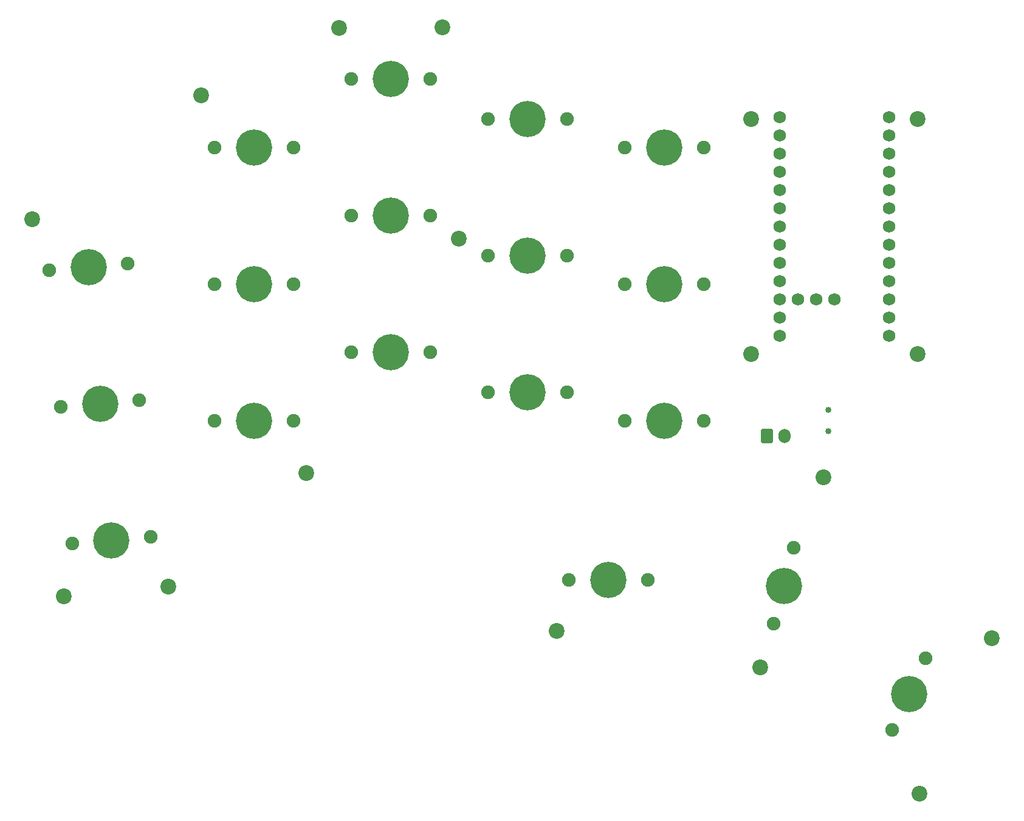
<source format=gbr>
%TF.GenerationSoftware,KiCad,Pcbnew,(6.0.4)*%
%TF.CreationDate,2022-06-27T23:06:27+02:00*%
%TF.ProjectId,Diom-35SP_PCB-rounded,44696f6d-2d33-4355-9350-5f5043422d72,rev?*%
%TF.SameCoordinates,Original*%
%TF.FileFunction,Soldermask,Top*%
%TF.FilePolarity,Negative*%
%FSLAX46Y46*%
G04 Gerber Fmt 4.6, Leading zero omitted, Abs format (unit mm)*
G04 Created by KiCad (PCBNEW (6.0.4)) date 2022-06-27 23:06:27*
%MOMM*%
%LPD*%
G01*
G04 APERTURE LIST*
G04 Aperture macros list*
%AMRoundRect*
0 Rectangle with rounded corners*
0 $1 Rounding radius*
0 $2 $3 $4 $5 $6 $7 $8 $9 X,Y pos of 4 corners*
0 Add a 4 corners polygon primitive as box body*
4,1,4,$2,$3,$4,$5,$6,$7,$8,$9,$2,$3,0*
0 Add four circle primitives for the rounded corners*
1,1,$1+$1,$2,$3*
1,1,$1+$1,$4,$5*
1,1,$1+$1,$6,$7*
1,1,$1+$1,$8,$9*
0 Add four rect primitives between the rounded corners*
20,1,$1+$1,$2,$3,$4,$5,0*
20,1,$1+$1,$4,$5,$6,$7,0*
20,1,$1+$1,$6,$7,$8,$9,0*
20,1,$1+$1,$8,$9,$2,$3,0*%
G04 Aperture macros list end*
%ADD10C,1.900000*%
%ADD11C,5.050000*%
%ADD12C,2.200000*%
%ADD13RoundRect,0.250000X-0.600000X-0.750000X0.600000X-0.750000X0.600000X0.750000X-0.600000X0.750000X0*%
%ADD14O,1.700000X2.000000*%
%ADD15C,1.752600*%
%ADD16C,0.850000*%
G04 APERTURE END LIST*
D10*
%TO.C,MX2*%
X111862500Y-50800000D03*
X100862500Y-50800000D03*
D11*
X106362500Y-50800000D03*
%TD*%
D10*
%TO.C,MX16*%
X150233750Y-111125000D03*
X161233750Y-111125000D03*
D11*
X155733750Y-111125000D03*
%TD*%
D10*
%TO.C,MX7*%
X100862500Y-69850000D03*
X111862500Y-69850000D03*
D11*
X106362500Y-69850000D03*
%TD*%
D12*
%TO.C,H8*%
X175641000Y-79629000D03*
%TD*%
D11*
%TO.C,MX14*%
X144462500Y-84931250D03*
D10*
X149962500Y-84931250D03*
X138962500Y-84931250D03*
%TD*%
%TO.C,MX1*%
X77864679Y-67948107D03*
X88822821Y-66989393D03*
D11*
X83343750Y-67468750D03*
%TD*%
D13*
%TO.C,J1*%
X177820000Y-91051500D03*
D14*
X180320000Y-91051500D03*
%TD*%
D12*
%TO.C,H12*%
X176911000Y-123317000D03*
%TD*%
%TO.C,H13*%
X134937500Y-63500000D03*
%TD*%
%TO.C,H11*%
X185737500Y-96837500D03*
%TD*%
D11*
%TO.C,MX6*%
X84931250Y-86518750D03*
D10*
X79452179Y-86998107D03*
X90410321Y-86039393D03*
%TD*%
D12*
%TO.C,H2*%
X79900000Y-113400000D03*
%TD*%
%TO.C,H6*%
X113700000Y-96200000D03*
%TD*%
D10*
%TO.C,MX5*%
X158012500Y-50800000D03*
X169012500Y-50800000D03*
D11*
X163512500Y-50800000D03*
%TD*%
D12*
%TO.C,H9*%
X198882000Y-46863000D03*
%TD*%
D10*
%TO.C,MX9*%
X149962500Y-65881250D03*
D11*
X144462500Y-65881250D03*
D10*
X138962500Y-65881250D03*
%TD*%
D11*
%TO.C,MX17*%
X180181250Y-111918750D03*
D10*
X181604755Y-106606158D03*
X178757745Y-117231342D03*
%TD*%
%TO.C,MX3*%
X130912500Y-41275000D03*
D11*
X125412500Y-41275000D03*
D10*
X119912500Y-41275000D03*
%TD*%
D12*
%TO.C,H7*%
X175641000Y-46863000D03*
%TD*%
D10*
%TO.C,MX13*%
X130912500Y-79375000D03*
D11*
X125412500Y-79375000D03*
D10*
X119912500Y-79375000D03*
%TD*%
D12*
%TO.C,H1*%
X75500000Y-60800000D03*
%TD*%
%TO.C,H4*%
X199100000Y-140900000D03*
%TD*%
D15*
%TO.C,U1*%
X179627831Y-49135500D03*
X179627831Y-51675500D03*
X179627831Y-54215500D03*
X179627831Y-56755500D03*
X179627831Y-59295500D03*
X179627831Y-61835500D03*
X179627831Y-64375500D03*
X179627831Y-66915500D03*
X179627831Y-69455500D03*
X179627831Y-71995500D03*
X179627831Y-74535500D03*
X179627831Y-77075500D03*
X194867831Y-77075500D03*
X194867831Y-74535500D03*
X194867831Y-71995500D03*
X194867831Y-69455500D03*
X194867831Y-66915500D03*
X194867831Y-64375500D03*
X194867831Y-61835500D03*
X194867831Y-59295500D03*
X194867831Y-56755500D03*
X194867831Y-54215500D03*
X194867831Y-51675500D03*
X194867831Y-49135500D03*
X179627831Y-46595500D03*
X182167831Y-71995500D03*
X184707831Y-71995500D03*
X187247831Y-71995500D03*
X194867831Y-46595500D03*
%TD*%
D12*
%TO.C,H17*%
X99060000Y-43561000D03*
%TD*%
D11*
%TO.C,MX15*%
X163512500Y-88900000D03*
D10*
X169012500Y-88900000D03*
X158012500Y-88900000D03*
%TD*%
D11*
%TO.C,MX12*%
X106362500Y-88900000D03*
D10*
X100862500Y-88900000D03*
X111862500Y-88900000D03*
%TD*%
D12*
%TO.C,H3*%
X209200000Y-119200000D03*
%TD*%
%TO.C,H14*%
X148590000Y-118237000D03*
%TD*%
D11*
%TO.C,MX18*%
X197643750Y-127000000D03*
D10*
X199968150Y-122015307D03*
X195319350Y-131984693D03*
%TD*%
%TO.C,MX4*%
X149962500Y-46831250D03*
D11*
X144462500Y-46831250D03*
D10*
X138962500Y-46831250D03*
%TD*%
D12*
%TO.C,H10*%
X198882000Y-79629000D03*
%TD*%
D11*
%TO.C,MX10*%
X163512500Y-69850000D03*
D10*
X169012500Y-69850000D03*
X158012500Y-69850000D03*
%TD*%
%TO.C,MX8*%
X119912500Y-60325000D03*
X130912500Y-60325000D03*
D11*
X125412500Y-60325000D03*
%TD*%
D12*
%TO.C,H18*%
X94488000Y-112014000D03*
%TD*%
D10*
%TO.C,MX11*%
X81039679Y-106048107D03*
X91997821Y-105089393D03*
D11*
X86518750Y-105568750D03*
%TD*%
D12*
%TO.C,H15*%
X118237000Y-34163000D03*
%TD*%
%TO.C,H5*%
X132600000Y-34100000D03*
%TD*%
D16*
%TO.C,SW1*%
X186436000Y-87400000D03*
X186436000Y-90400000D03*
%TD*%
M02*

</source>
